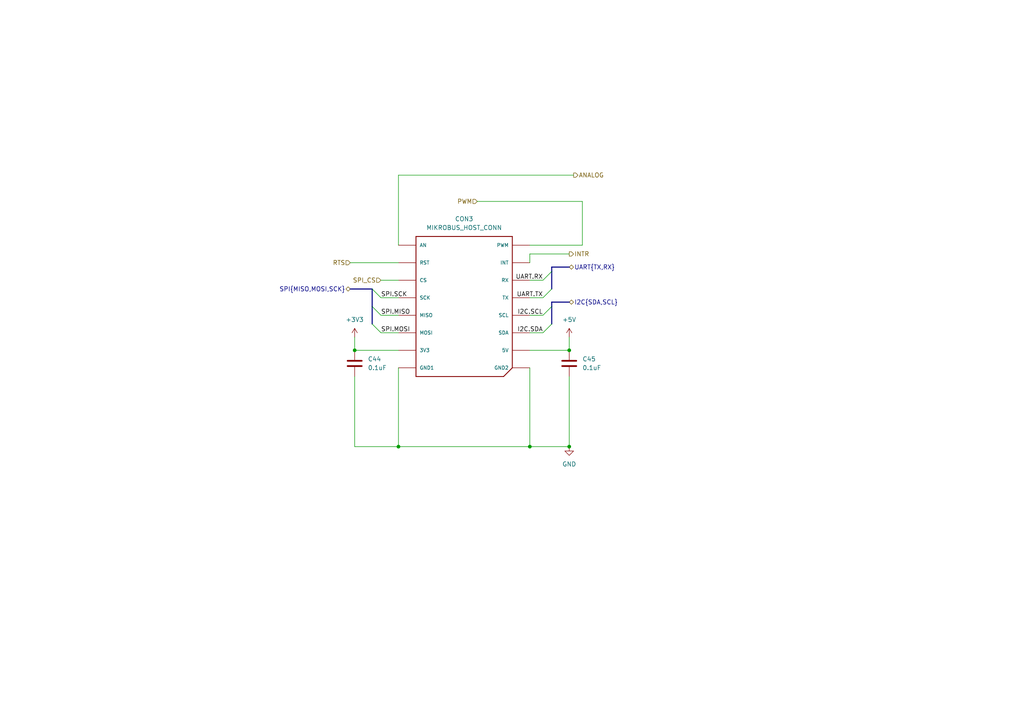
<source format=kicad_sch>
(kicad_sch (version 20250114) (generator "eeschema") (generator_version "9.0")
  (paper "A4")
  (lib_symbols
    (symbol "Connectors:MIKROBUS_HOST_CONN" (pin_numbers (hide yes)) (pin_names (offset 1.016))
      (property "Reference" "CON" (at 10.16 38.1 0))
      (property "Value" "MIKROBUS_HOST_CONN" (at 2.54 3.81 0))
      (symbol "MIKROBUS_HOST_CONN_0_0"
        (polyline (pts (xy 0 40.64) (xy 27.94 40.64)) (stroke (width 0.254)))
        (polyline (pts (xy 0 0) (xy 0 40.64)) (stroke (width 0.254)))
        (polyline (pts (xy 25.4 0) (xy 0 0)) (stroke (width 0.254)))
        (polyline (pts (xy 27.94 40.64) (xy 27.94 2.54)) (stroke (width 0.254)))
        (polyline (pts (xy 27.94 2.54) (xy 25.4 0)) (stroke (width 0.254)))
        (pin bidirectional line (at -5.08 38.1 0) (length 5.08) (name "AN") (number "P1"))
        (pin bidirectional line (at -5.08 33.02 0) (length 5.08) (name "RST") (number "P2"))
        (pin bidirectional line (at -5.08 27.94 0) (length 5.08) (name "CS") (number "P3"))
        (pin bidirectional line (at -5.08 22.86 0) (length 5.08) (name "SCK") (number "P4"))
        (pin bidirectional line (at -5.08 17.78 0) (length 5.08) (name "MISO") (number "P5"))
        (pin bidirectional line (at -5.08 12.7 0) (length 5.08) (name "MOSI") (number "P6"))
        (pin power_in line (at -5.08 7.62 0) (length 5.08) (name "3V3") (number "P7"))
        (pin bidirectional line (at -5.08 2.54 0) (length 5.08) (name "GND1") (number "P8"))
        (pin bidirectional line (at 33.02 38.1 180) (length 5.08) (name "PWM") (number "P16"))
        (pin bidirectional line (at 33.02 33.02 180) (length 5.08) (name "INT") (number "P15"))
        (pin bidirectional line (at 33.02 27.94 180) (length 5.08) (name "RX") (number "P14"))
        (pin bidirectional line (at 33.02 22.86 180) (length 5.08) (name "TX") (number "P13"))
        (pin bidirectional line (at 33.02 17.78 180) (length 5.08) (name "SCL") (number "P12"))
        (pin bidirectional line (at 33.02 12.7 180) (length 5.08) (name "SDA") (number "P11"))
        (pin power_in line (at 33.02 7.62 180) (length 5.08) (name "5V") (number "P10"))
        (pin bidirectional line (at 33.02 2.54 180) (length 5.08) (name "GND2") (number "P9"))
      )
    )
    (symbol "Device:C" (pin_numbers (hide yes)) (pin_names (offset 0.254))
      (property "Reference" "C" (at 0.635 2.54 0))
      (property "Value" "C" (at 0.635 -2.54 0))
      (symbol "C_0_1"
        (polyline (pts (xy -2.032 0.762) (xy 2.032 0.762)) (stroke (width 0.508)))
        (polyline (pts (xy -2.032 -0.762) (xy 2.032 -0.762)) (stroke (width 0.508)))
      )
      (symbol "C_1_1"
        (pin passive line (at 0 3.81 270) (length 2.794) (name "~") (number "1"))
        (pin passive line (at 0 -3.81 90) (length 2.794) (name "~") (number "2"))
      )
    )
    (symbol "power:+3V3" (power) (pin_numbers (hide yes)) (pin_names (offset 0) (hide yes))
      (property "Value" "+3V3" (at 0 3.556 0))
      (symbol "+3V3_0_1"
        (polyline (pts (xy -0.762 1.27) (xy 0 2.54)))
        (polyline (pts (xy 0 2.54) (xy 0.762 1.27)))
        (polyline (pts (xy 0 0) (xy 0 2.54)))
      )
      (symbol "+3V3_1_1"
        (pin power_in line (at 0 0 90) (length 0) (name "~") (number "1"))
      )
    )
    (symbol "power:+5V" (power) (pin_numbers (hide yes)) (pin_names (offset 0) (hide yes))
      (property "Value" "+5V" (at 0 3.556 0))
      (symbol "+5V_0_1"
        (polyline (pts (xy -0.762 1.27) (xy 0 2.54)))
        (polyline (pts (xy 0 2.54) (xy 0.762 1.27)))
        (polyline (pts (xy 0 0) (xy 0 2.54)))
      )
      (symbol "+5V_1_1"
        (pin power_in line (at 0 0 90) (length 0) (name "~") (number "1"))
      )
    )
    (symbol "power:GND" (power) (pin_numbers (hide yes)) (pin_names (offset 0) (hide yes))
      (property "Value" "GND" (at 0 -3.81 0))
      (symbol "GND_0_1"
        (polyline (pts (xy 0 0) (xy 0 -1.27) (xy 1.27 -1.27) (xy 0 -2.54) (xy -1.27 -1.27) (xy 0 -1.27)))
      )
      (symbol "GND_1_1"
        (pin power_in line (at 0 0 270) (length 0) (name "~") (number "1"))
      )
    )
  )
  (junction (at 102.87 101.6))
  (junction (at 153.67 129.54))
  (junction (at 165.1 129.54))
  (junction (at 115.57 129.54))
  (junction (at 165.1 101.6))
  (bus_entry (at 160.02 78.74) (size -2.54 2.54))
  (bus_entry (at 160.02 88.9) (size -2.54 2.54))
  (bus_entry (at 107.95 93.98) (size 2.54 2.54))
  (bus_entry (at 160.02 93.98) (size -2.54 2.54))
  (bus_entry (at 107.95 83.82) (size 2.54 2.54))
  (bus_entry (at 160.02 83.82) (size -2.54 2.54))
  (bus_entry (at 107.95 88.9) (size 2.54 2.54))
  (wire (pts (xy 110.49 81.28) (xy 115.57 81.28)))
  (bus (pts (xy 160.02 77.47) (xy 160.02 78.74)))
  (wire (pts (xy 115.57 50.8) (xy 115.57 71.12)))
  (wire (pts (xy 110.49 91.44) (xy 115.57 91.44)))
  (bus (pts (xy 160.02 87.63) (xy 160.02 88.9)))
  (wire (pts (xy 168.91 58.42) (xy 168.91 71.12)))
  (bus (pts (xy 165.1 87.63) (xy 160.02 87.63)))
  (wire (pts (xy 115.57 129.54) (xy 102.87 129.54)))
  (wire (pts (xy 165.1 129.54) (xy 153.67 129.54)))
  (wire (pts (xy 157.48 81.28) (xy 153.67 81.28)))
  (wire (pts (xy 138.43 58.42) (xy 168.91 58.42)))
  (bus (pts (xy 107.95 88.9) (xy 107.95 93.98)))
  (wire (pts (xy 165.1 109.22) (xy 165.1 129.54)))
  (wire (pts (xy 166.37 50.8) (xy 115.57 50.8)))
  (wire (pts (xy 101.6 76.2) (xy 115.57 76.2)))
  (wire (pts (xy 165.1 101.6) (xy 153.67 101.6)))
  (bus (pts (xy 160.02 78.74) (xy 160.02 83.82)))
  (wire (pts (xy 165.1 73.66) (xy 153.67 73.66)))
  (wire (pts (xy 168.91 71.12) (xy 153.67 71.12)))
  (wire (pts (xy 165.1 97.79) (xy 165.1 101.6)))
  (wire (pts (xy 153.67 129.54) (xy 153.67 106.68)))
  (bus (pts (xy 107.95 83.82) (xy 107.95 88.9)))
  (bus (pts (xy 165.1 77.47) (xy 160.02 77.47)))
  (wire (pts (xy 157.48 96.52) (xy 153.67 96.52)))
  (wire (pts (xy 102.87 101.6) (xy 115.57 101.6)))
  (wire (pts (xy 153.67 129.54) (xy 115.57 129.54)))
  (wire (pts (xy 115.57 106.68) (xy 115.57 129.54)))
  (wire (pts (xy 157.48 86.36) (xy 153.67 86.36)))
  (bus (pts (xy 160.02 88.9) (xy 160.02 93.98)))
  (wire (pts (xy 102.87 97.79) (xy 102.87 101.6)))
  (wire (pts (xy 110.49 96.52) (xy 115.57 96.52)))
  (wire (pts (xy 102.87 109.22) (xy 102.87 129.54)))
  (wire (pts (xy 153.67 73.66) (xy 153.67 76.2)))
  (wire (pts (xy 110.49 86.36) (xy 115.57 86.36)))
  (bus (pts (xy 101.6 83.82) (xy 107.95 83.82)))
  (wire (pts (xy 157.48 91.44) (xy 153.67 91.44)))
  (label "I2C.SCL" (at 157.48 91.44 180))
  (label "SPI.SCK" (at 110.49 86.36 0))
  (label "UART.RX" (at 157.48 81.28 180))
  (label "SPI.MOSI" (at 110.49 96.52 0))
  (label "UART.TX" (at 157.48 86.36 180))
  (label "I2C.SDA" (at 157.48 96.52 180))
  (label "SPI.MISO" (at 110.49 91.44 0))
  (hierarchical_label "UART{TX,RX}" (shape bidirectional) (at 165.1 77.47 0))
  (hierarchical_label "SPI_CS" (shape input) (at 110.49 81.28 180))
  (hierarchical_label "RTS" (shape input) (at 101.6 76.2 180))
  (hierarchical_label "I2C{SDA,SCL}" (shape bidirectional) (at 165.1 87.63 0))
  (hierarchical_label "SPI{MISO,MOSI,SCK}" (shape bidirectional) (at 101.6 83.82 180))
  (hierarchical_label "INTR" (shape output) (at 165.1 73.66 0))
  (hierarchical_label "PWM" (shape input) (at 138.43 58.42 180))
  (hierarchical_label "ANALOG" (shape output) (at 166.37 50.8 0))
  (symbol (lib_id "power:GND") (at 165.1 129.54 0) (unit 1)
    (property "Reference" "#PWR0117" (effects (hide yes)))
    (property "Value" "GND" (at 165.1 134.62 0))
    (property "Description" "Power symbol creates a global label with name \"GND\" , ground" (effects (hide yes)))
    (instances (project "esp32-didatic-kit" (path "" (reference "#PWR0131") (unit 1)) (path "" (reference "#PWR0128") (unit 1)) (path "" (reference "#PWR0117") (unit 1))))
  )
  (symbol (lib_id "power:+3V3") (at 102.87 97.79 0) (unit 1)
    (property "Reference" "#PWR0115" (effects (hide yes)))
    (property "Value" "+3V3" (at 102.87 92.71 0))
    (property "Description" "Power symbol creates a global label with name \"+3V3\"" (effects (hide yes)))
    (instances (project "esp32-didatic-kit" (path "" (reference "#PWR0129") (unit 1)) (path "" (reference "#PWR0126") (unit 1)) (path "" (reference "#PWR0115") (unit 1))))
  )
  (symbol (lib_id "Device:C") (at 102.87 105.41 0) (unit 1)
    (property "Reference" "C36" (at 106.68 104.1399 0) (effects (justify left)))
    (property "Value" "0.1uF" (at 106.68 106.6799 0) (effects (justify left)))
    (property "Footprint" "Capacitor_SMD:C_0603_1608Metric" (effects (hide yes)))
    (property "Description" "Unpolarized capacitor" (effects (hide yes)))
    (instances (project "esp32-didatic-kit" (path "" (reference "C44") (unit 1)) (path "" (reference "C42") (unit 1)) (path "" (reference "C36") (unit 1))))
  )
  (symbol (lib_id "power:+5V") (at 165.1 97.79 0) (unit 1)
    (property "Reference" "#PWR0116" (effects (hide yes)))
    (property "Value" "+5V" (at 165.1 92.71 0))
    (property "Description" "Power symbol creates a global label with name \"+5V\"" (effects (hide yes)))
    (instances (project "esp32-didatic-kit" (path "" (reference "#PWR0130") (unit 1)) (path "" (reference "#PWR0127") (unit 1)) (path "" (reference "#PWR0116") (unit 1))))
  )
  (symbol (lib_id "Device:C") (at 165.1 105.41 0) (unit 1)
    (property "Reference" "C37" (at 168.91 104.1399 0) (effects (justify left)))
    (property "Value" "0.1uF" (at 168.91 106.6799 0) (effects (justify left)))
    (property "Footprint" "Capacitor_SMD:C_0603_1608Metric" (effects (hide yes)))
    (property "Description" "Unpolarized capacitor" (effects (hide yes)))
    (instances (project "esp32-didatic-kit" (path "" (reference "C45") (unit 1)) (path "" (reference "C43") (unit 1)) (path "" (reference "C37") (unit 1))))
  )
  (symbol (lib_id "Connectors:MIKROBUS_HOST_CONN") (at 120.65 109.22 0) (unit 1)
    (property "Reference" "CON1" (at 134.62 63.5 0))
    (property "Value" "MIKROBUS_HOST_CONN" (at 134.62 66.04 0))
    (property "Footprint" "Connectors:MIKROBUS_HOST_CONN" (effects (hide yes)))
    (property "Description" "MikroClick connector" (effects (hide yes)))
    (instances (project "esp32-didatic-kit" (path "" (reference "CON3") (unit 1)) (path "" (reference "CON2") (unit 1)) (path "" (reference "CON1") (unit 1))))
  )
)
</source>
